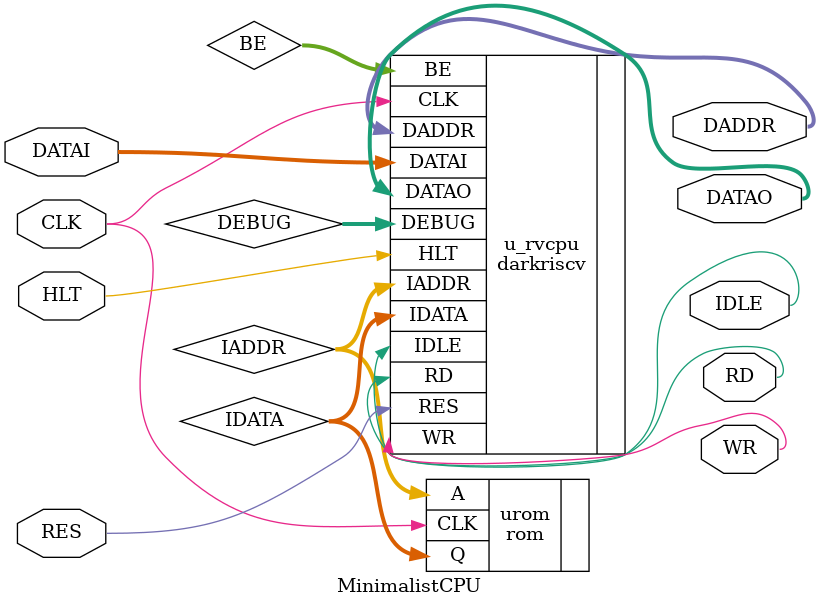
<source format=v>
`include "code.v"
`include "mem.v"

module MinimalistCPU(
    input CLK, RES, HLT,
    input [31:0] DATAI,
    output [31:0] DATAO, DADDR,
    output WR, RD, IDLE
);

wire [3:0] DEBUG, BE;
wire [31:0] IDATA, IADDR;

rom urom (
    .CLK ( CLK ) ,
    .Q ( IDATA ) , // instruction data bus
    .A ( IADDR )  // instruction addr bus
);

darkriscv u_rvcpu
(
    .CLK ( CLK ) ,   // clock
    .RES ( RES ) ,   // reset
    .HLT ( HLT ),   // halt
     
    .IDATA ( IDATA ) , // instruction data bus
    .IADDR ( IADDR ) , // instruction addr bus
    
    .DATAI (DATAI), // data bus (input)
    .DATAO (DATAO), // data bus (output)
    .DADDR (DADDR), // addr bus
   
    .BE (BE),   // byte enable
    .WR (WR),    // write enable
    .RD (RD),    // read enable 
   

    .IDLE (IDLE),   // idle output
    
    .DEBUG (DEBUG)       // old-school osciloscope based debug! :)
);

    
endmodule
</source>
